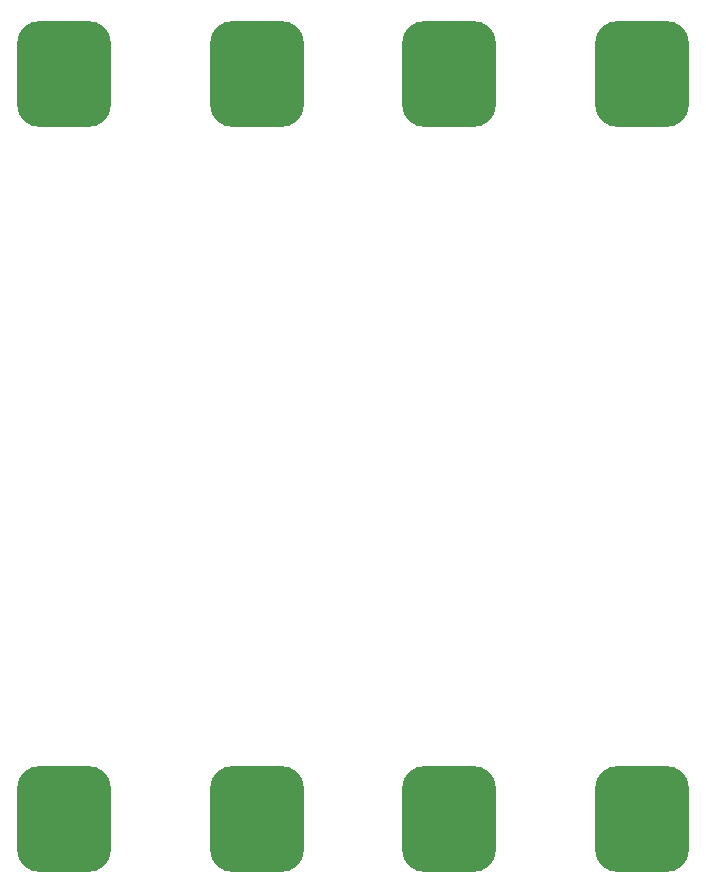
<source format=gbr>
%TF.GenerationSoftware,KiCad,Pcbnew,8.0.6-8.0.6-0~ubuntu24.04.1*%
%TF.CreationDate,2024-11-09T12:08:18+01:00*%
%TF.ProjectId,NIMH-battery-charger,4e494d48-2d62-4617-9474-6572792d6368,rev?*%
%TF.SameCoordinates,Original*%
%TF.FileFunction,Paste,Top*%
%TF.FilePolarity,Positive*%
%FSLAX46Y46*%
G04 Gerber Fmt 4.6, Leading zero omitted, Abs format (unit mm)*
G04 Created by KiCad (PCBNEW 8.0.6-8.0.6-0~ubuntu24.04.1) date 2024-11-09 12:08:18*
%MOMM*%
%LPD*%
G01*
G04 APERTURE LIST*
G04 Aperture macros list*
%AMRoundRect*
0 Rectangle with rounded corners*
0 $1 Rounding radius*
0 $2 $3 $4 $5 $6 $7 $8 $9 X,Y pos of 4 corners*
0 Add a 4 corners polygon primitive as box body*
4,1,4,$2,$3,$4,$5,$6,$7,$8,$9,$2,$3,0*
0 Add four circle primitives for the rounded corners*
1,1,$1+$1,$2,$3*
1,1,$1+$1,$4,$5*
1,1,$1+$1,$6,$7*
1,1,$1+$1,$8,$9*
0 Add four rect primitives between the rounded corners*
20,1,$1+$1,$2,$3,$4,$5,0*
20,1,$1+$1,$4,$5,$6,$7,0*
20,1,$1+$1,$6,$7,$8,$9,0*
20,1,$1+$1,$8,$9,$2,$3,0*%
G04 Aperture macros list end*
%ADD10RoundRect,2.000000X-2.000000X-2.500000X2.000000X-2.500000X2.000000X2.500000X-2.000000X2.500000X0*%
G04 APERTURE END LIST*
D10*
%TO.C,BT2*%
X129400000Y-55700000D03*
X129400000Y-118700000D03*
%TD*%
%TO.C,BT4*%
X162000000Y-55695000D03*
X162000000Y-118695000D03*
%TD*%
%TO.C,BT3*%
X145700000Y-55695000D03*
X145700000Y-118695000D03*
%TD*%
%TO.C,BT1*%
X113075000Y-55695000D03*
X113075000Y-118695000D03*
%TD*%
M02*

</source>
